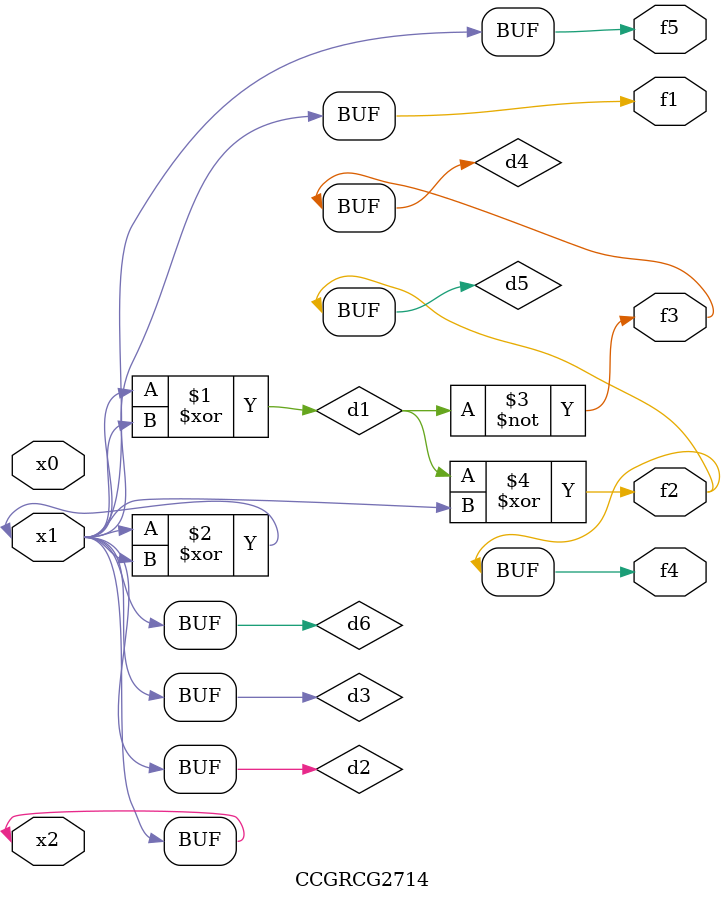
<source format=v>
module CCGRCG2714(
	input x0, x1, x2,
	output f1, f2, f3, f4, f5
);

	wire d1, d2, d3, d4, d5, d6;

	xor (d1, x1, x2);
	buf (d2, x1, x2);
	xor (d3, x1, x2);
	nor (d4, d1);
	xor (d5, d1, d2);
	buf (d6, d2, d3);
	assign f1 = d6;
	assign f2 = d5;
	assign f3 = d4;
	assign f4 = d5;
	assign f5 = d6;
endmodule

</source>
